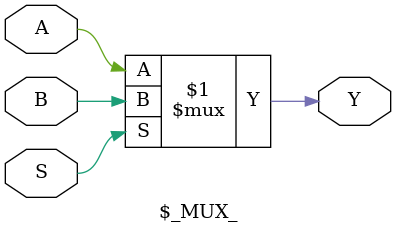
<source format=v>
module \$_MUX_ (A, B, S, Y);
input A, B, S;
output Y;
assign Y = S ? B : A;
endmodule
</source>
